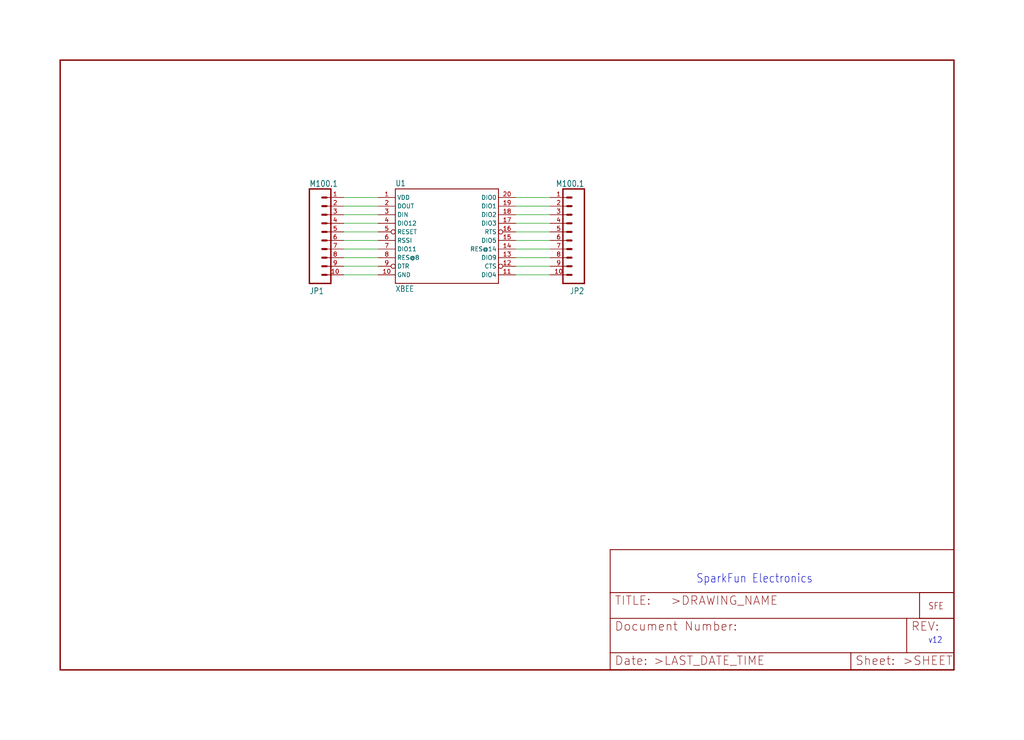
<source format=kicad_sch>
(kicad_sch (version 20211123) (generator eeschema)
  (paper "User" 302.666 218.846)
  (lib_symbols
    (symbol "eagleSchem-eagle-import:DINA4_L"
      (symbol "DINA4_L_1_0"
        (polyline (pts (xy 0 0) (xy 264.16 0)) (stroke (width 0.4064)))
        (polyline (pts (xy 0 180.34) (xy 0 0)) (stroke (width 0.4064)))
        (polyline (pts (xy 264.16 0) (xy 264.16 180.34)) (stroke (width 0.4064)))
        (polyline (pts (xy 264.16 180.34) (xy 0 180.34)) (stroke (width 0.4064)))
      )
      (symbol "DINA4_L_2_0"
        (polyline (pts (xy 0 0) (xy 0 5.08)) (stroke (width 0.254)))
        (polyline (pts (xy 0 0) (xy 71.12 0)) (stroke (width 0.254)))
        (polyline (pts (xy 0 5.08) (xy 0 15.24)) (stroke (width 0.254)))
        (polyline (pts (xy 0 5.08) (xy 71.12 5.08)) (stroke (width 0.254)))
        (polyline (pts (xy 0 15.24) (xy 0 22.86)) (stroke (width 0.254)))
        (polyline (pts (xy 0 22.86) (xy 0 35.56)) (stroke (width 0.254)))
        (polyline (pts (xy 0 22.86) (xy 101.6 22.86)) (stroke (width 0.254)))
        (polyline (pts (xy 71.12 0) (xy 101.6 0)) (stroke (width 0.254)))
        (polyline (pts (xy 71.12 5.08) (xy 71.12 0)) (stroke (width 0.254)))
        (polyline (pts (xy 71.12 5.08) (xy 87.63 5.08)) (stroke (width 0.254)))
        (polyline (pts (xy 87.63 5.08) (xy 101.6 5.08)) (stroke (width 0.254)))
        (polyline (pts (xy 87.63 15.24) (xy 0 15.24)) (stroke (width 0.254)))
        (polyline (pts (xy 87.63 15.24) (xy 87.63 5.08)) (stroke (width 0.254)))
        (polyline (pts (xy 101.6 5.08) (xy 101.6 0)) (stroke (width 0.254)))
        (polyline (pts (xy 101.6 15.24) (xy 87.63 15.24)) (stroke (width 0.254)))
        (polyline (pts (xy 101.6 15.24) (xy 101.6 5.08)) (stroke (width 0.254)))
        (polyline (pts (xy 101.6 22.86) (xy 101.6 15.24)) (stroke (width 0.254)))
        (polyline (pts (xy 101.6 35.56) (xy 0 35.56)) (stroke (width 0.254)))
        (polyline (pts (xy 101.6 35.56) (xy 101.6 22.86)) (stroke (width 0.254)))
        (text ">DRAWING_NAME" (at 17.78 19.05 0) (effects (font (size 2.54 2.54)) (justify left bottom)))
        (text ">LAST_DATE_TIME" (at 12.7 1.27 0) (effects (font (size 2.54 2.54)) (justify left bottom)))
        (text ">SHEET" (at 86.36 1.27 0) (effects (font (size 2.54 2.54)) (justify left bottom)))
        (text "Date:" (at 1.27 1.27 0) (effects (font (size 2.54 2.54)) (justify left bottom)))
        (text "Document Number:" (at 1.27 11.43 0) (effects (font (size 2.54 2.54)) (justify left bottom)))
        (text "REV:" (at 88.9 11.43 0) (effects (font (size 2.54 2.54)) (justify left bottom)))
        (text "Sheet:" (at 72.39 1.27 0) (effects (font (size 2.54 2.54)) (justify left bottom)))
        (text "TITLE:" (at 1.27 19.05 0) (effects (font (size 2.54 2.54)) (justify left bottom)))
      )
    )
    (symbol "eagleSchem-eagle-import:LOGO-SFENEW"
      (symbol "LOGO-SFENEW_1_0"
        (polyline (pts (xy -2.54 -2.54) (xy 7.62 -2.54)) (stroke (width 0.254)))
        (polyline (pts (xy -2.54 5.08) (xy -2.54 -2.54)) (stroke (width 0.254)))
        (polyline (pts (xy 7.62 -2.54) (xy 7.62 5.08)) (stroke (width 0.254)))
        (polyline (pts (xy 7.62 5.08) (xy -2.54 5.08)) (stroke (width 0.254)))
        (text "SFE" (at 0 0 0) (effects (font (size 1.9304 1.6408)) (justify left bottom)))
      )
    )
    (symbol "eagleSchem-eagle-import:M100.1"
      (property "Reference" "JP" (at 0 8.89 0))
      (property "Value" "M100.1" (at 0 -22.86 0))
      (symbol "M100.1_1_0"
        (polyline (pts (xy 0 7.62) (xy 0 -20.32)) (stroke (width 0.4064)))
        (polyline (pts (xy 0 7.62) (xy 6.35 7.62)) (stroke (width 0.4064)))
        (polyline (pts (xy 3.81 -17.78) (xy 5.08 -17.78)) (stroke (width 0.6096)))
        (polyline (pts (xy 3.81 -15.24) (xy 5.08 -15.24)) (stroke (width 0.6096)))
        (polyline (pts (xy 3.81 -12.7) (xy 5.08 -12.7)) (stroke (width 0.6096)))
        (polyline (pts (xy 3.81 -10.16) (xy 5.08 -10.16)) (stroke (width 0.6096)))
        (polyline (pts (xy 3.81 -7.62) (xy 5.08 -7.62)) (stroke (width 0.6096)))
        (polyline (pts (xy 3.81 -5.08) (xy 5.08 -5.08)) (stroke (width 0.6096)))
        (polyline (pts (xy 3.81 -2.54) (xy 5.08 -2.54)) (stroke (width 0.6096)))
        (polyline (pts (xy 3.81 0) (xy 5.08 0)) (stroke (width 0.6096)))
        (polyline (pts (xy 3.81 2.54) (xy 5.08 2.54)) (stroke (width 0.6096)))
        (polyline (pts (xy 3.81 5.08) (xy 5.08 5.08)) (stroke (width 0.6096)))
        (polyline (pts (xy 6.35 -20.32) (xy 0 -20.32)) (stroke (width 0.4064)))
        (polyline (pts (xy 6.35 -20.32) (xy 6.35 7.62)) (stroke (width 0.4064)))
        (pin passive line (at 10.16 -17.78 180) (length 5.08) (name "1") (number "1"))
        (pin passive line (at 10.16 5.08 180) (length 5.08) (name "10") (number "10"))
        (pin passive line (at 10.16 -15.24 180) (length 5.08) (name "2") (number "2"))
        (pin passive line (at 10.16 -12.7 180) (length 5.08) (name "3") (number "3"))
        (pin passive line (at 10.16 -10.16 180) (length 5.08) (name "4") (number "4"))
        (pin passive line (at 10.16 -7.62 180) (length 5.08) (name "5") (number "5"))
        (pin passive line (at 10.16 -5.08 180) (length 5.08) (name "6") (number "6"))
        (pin passive line (at 10.16 -2.54 180) (length 5.08) (name "7") (number "7"))
        (pin passive line (at 10.16 0 180) (length 5.08) (name "8") (number "8"))
        (pin passive line (at 10.16 2.54 180) (length 5.08) (name "9") (number "9"))
      )
    )
    (symbol "eagleSchem-eagle-import:XBEE-1B1"
      (property "Value" "XBEE-1B1" (at -15.24 -17.78 0))
      (symbol "XBEE-1B1_1_0"
        (polyline (pts (xy -15.24 -15.24) (xy -15.24 12.7)) (stroke (width 0.254)))
        (polyline (pts (xy -15.24 12.7) (xy 15.24 12.7)) (stroke (width 0.254)))
        (polyline (pts (xy 15.24 -15.24) (xy -15.24 -15.24)) (stroke (width 0.254)))
        (polyline (pts (xy 15.24 12.7) (xy 15.24 -15.24)) (stroke (width 0.254)))
        (pin power_in line (at -20.32 10.16 0) (length 5.08) (name "VDD") (number "1"))
        (pin power_in line (at -20.32 -12.7 0) (length 5.08) (name "GND") (number "10"))
        (pin bidirectional line (at 20.32 -12.7 180) (length 5.08) (name "DIO4") (number "11"))
        (pin output inverted (at 20.32 -10.16 180) (length 5.08) (name "CTS") (number "12"))
        (pin bidirectional line (at 20.32 -7.62 180) (length 5.08) (name "DIO9") (number "13"))
        (pin bidirectional line (at 20.32 -5.08 180) (length 5.08) (name "RES@14") (number "14"))
        (pin bidirectional line (at 20.32 -2.54 180) (length 5.08) (name "DIO5") (number "15"))
        (pin input inverted (at 20.32 0 180) (length 5.08) (name "RTS") (number "16"))
        (pin bidirectional line (at 20.32 2.54 180) (length 5.08) (name "DIO3") (number "17"))
        (pin bidirectional line (at 20.32 5.08 180) (length 5.08) (name "DIO2") (number "18"))
        (pin bidirectional line (at 20.32 7.62 180) (length 5.08) (name "DIO1") (number "19"))
        (pin output line (at -20.32 7.62 0) (length 5.08) (name "DOUT") (number "2"))
        (pin bidirectional line (at 20.32 10.16 180) (length 5.08) (name "DIO0") (number "20"))
        (pin input line (at -20.32 5.08 0) (length 5.08) (name "DIN") (number "3"))
        (pin bidirectional line (at -20.32 2.54 0) (length 5.08) (name "DIO12") (number "4"))
        (pin input inverted (at -20.32 0 0) (length 5.08) (name "RESET") (number "5"))
        (pin bidirectional line (at -20.32 -2.54 0) (length 5.08) (name "RSSI") (number "6"))
        (pin bidirectional line (at -20.32 -5.08 0) (length 5.08) (name "DIO11") (number "7"))
        (pin bidirectional line (at -20.32 -7.62 0) (length 5.08) (name "RES@8") (number "8"))
        (pin bidirectional inverted (at -20.32 -10.16 0) (length 5.08) (name "DTR") (number "9"))
      )
    )
  )
  (wire (pts (xy 162.56 66.04) (xy 152.4 66.04)))
  (wire (pts (xy 162.56 63.5) (xy 152.4 63.5)))
  (wire (pts (xy 101.6 73.66) (xy 111.76 73.66)))
  (wire (pts (xy 162.56 81.28) (xy 152.4 81.28)))
  (wire (pts (xy 162.56 71.12) (xy 152.4 71.12)))
  (wire (pts (xy 101.6 58.42) (xy 111.76 58.42)))
  (wire (pts (xy 162.56 78.74) (xy 152.4 78.74)))
  (wire (pts (xy 162.56 73.66) (xy 152.4 73.66)))
  (wire (pts (xy 101.6 76.2) (xy 111.76 76.2)))
  (wire (pts (xy 101.6 60.96) (xy 111.76 60.96)))
  (wire (pts (xy 162.56 58.42) (xy 152.4 58.42)))
  (wire (pts (xy 101.6 68.58) (xy 111.76 68.58)))
  (wire (pts (xy 162.56 68.58) (xy 152.4 68.58)))
  (wire (pts (xy 101.6 63.5) (xy 111.76 63.5)))
  (wire (pts (xy 101.6 71.12) (xy 111.76 71.12)))
  (wire (pts (xy 101.6 81.28) (xy 111.76 81.28)))
  (wire (pts (xy 162.56 76.2) (xy 152.4 76.2)))
  (wire (pts (xy 101.6 66.04) (xy 111.76 66.04)))
  (wire (pts (xy 101.6 78.74) (xy 111.76 78.74)))
  (wire (pts (xy 162.56 60.96) (xy 152.4 60.96)))
  (text "v12" (at 274.32 190.5 180) (effects (font (size 1.778 1.5113)) (justify left bottom)))
  (text "SparkFun Electronics" (at 205.74 172.72 180) (effects (font (size 2.54 2.159)) (justify left bottom)))
  (symbol (lib_id "eagleSchem-eagle-import:DINA4_L") (at 180.34 198.12 0) (unit 2)
    (property "Reference" "#FRAME1" (effects hide))
    (property "Value" "DINA4_L" (effects hide))
    (property "Footprint" "eagleSchem:" (effects hide))
  )
  (symbol (lib_id "eagleSchem-eagle-import:M100.1") (at 91.44 76.2 0) (mirror x) (unit 1)
    (property "Reference" "JP1" (at 91.44 85.09 0) (effects (font (size 1.778 1.5113)) (justify left bottom)))
    (property "Value" "M100.1" (at 91.44 53.34 0) (effects (font (size 1.778 1.5113)) (justify left bottom)))
    (property "Footprint" "eagleSchem:1X10" (effects hide))
  )
  (symbol (lib_id "eagleSchem-eagle-import:LOGO-SFENEW") (at 274.32 180.34 0) (unit 1)
    (property "Reference" "U$2" (effects hide))
    (property "Value" "LOGO-SFENEW" (effects hide))
    (property "Footprint" "eagleSchem:SFE-NEW-WEBLOGO" (effects hide))
  )
  (symbol (lib_id "eagleSchem-eagle-import:DINA4_L") (at 17.78 198.12 0) (unit 1)
    (property "Reference" "#FRAME1" (effects hide))
    (property "Value" "DINA4_L" (effects hide))
    (property "Footprint" "eagleSchem:" (effects hide))
  )
  (symbol (lib_id "eagleSchem-eagle-import:XBEE-1B1") (at 132.08 68.58 0) (unit 1)
    (property "Reference" "U1" (at 116.84 55.118 0) (effects (font (size 1.6764 1.4249)) (justify left bottom)))
    (property "Value" "XBEE" (at 116.84 86.36 0) (effects (font (size 1.6764 1.4249)) (justify left bottom)))
    (property "Footprint" "eagleSchem:XBEE-1" (effects hide))
  )
  (symbol (lib_id "eagleSchem-eagle-import:M100.1") (at 172.72 76.2 180) (unit 1)
    (property "Reference" "JP2" (at 172.72 85.09 0) (effects (font (size 1.778 1.5113)) (justify left bottom)))
    (property "Value" "M100.1" (at 172.72 53.34 0) (effects (font (size 1.778 1.5113)) (justify left bottom)))
    (property "Footprint" "eagleSchem:1X10" (effects hide))
  )
)
</source>
